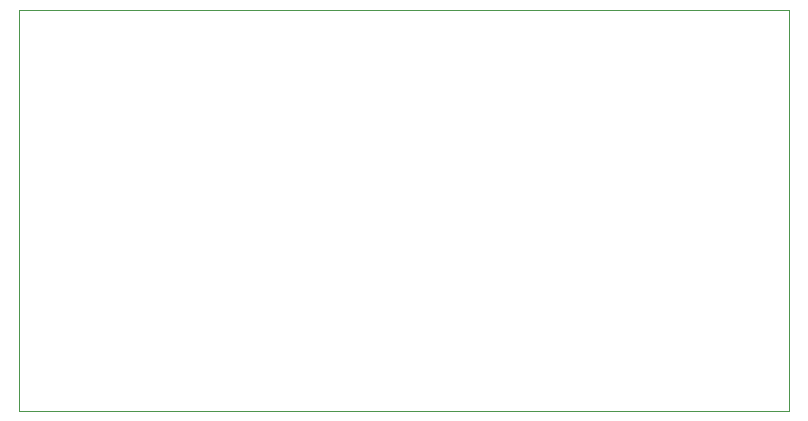
<source format=gbr>
%TF.GenerationSoftware,Altium Limited,Altium Designer,25.0.2 (28)*%
G04 Layer_Color=0*
%FSLAX45Y45*%
%MOMM*%
%TF.SameCoordinates,44E48E83-7C08-43AE-99C3-F3FE45A01566*%
%TF.FilePolarity,Positive*%
%TF.FileFunction,Profile,NP*%
%TF.Part,Single*%
G01*
G75*
%TA.AperFunction,Profile*%
%ADD16C,0.02540*%
D16*
X2540000Y2540000D02*
X9055100D01*
Y5930900D01*
X2540000D01*
Y2540000D01*
%TF.MD5,c9e7232b06c875866a747558a25d0916*%
M02*

</source>
